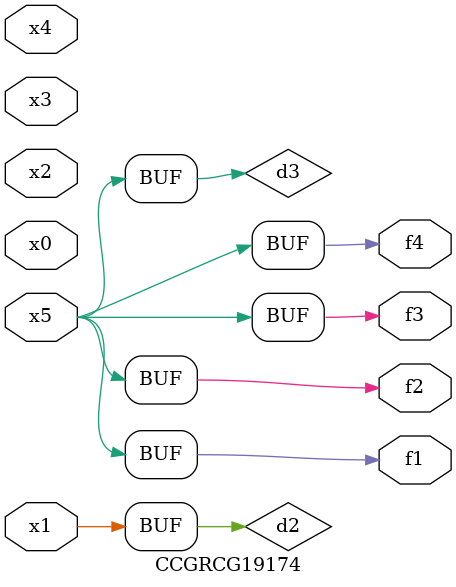
<source format=v>
module CCGRCG19174(
	input x0, x1, x2, x3, x4, x5,
	output f1, f2, f3, f4
);

	wire d1, d2, d3;

	not (d1, x5);
	or (d2, x1);
	xnor (d3, d1);
	assign f1 = d3;
	assign f2 = d3;
	assign f3 = d3;
	assign f4 = d3;
endmodule

</source>
